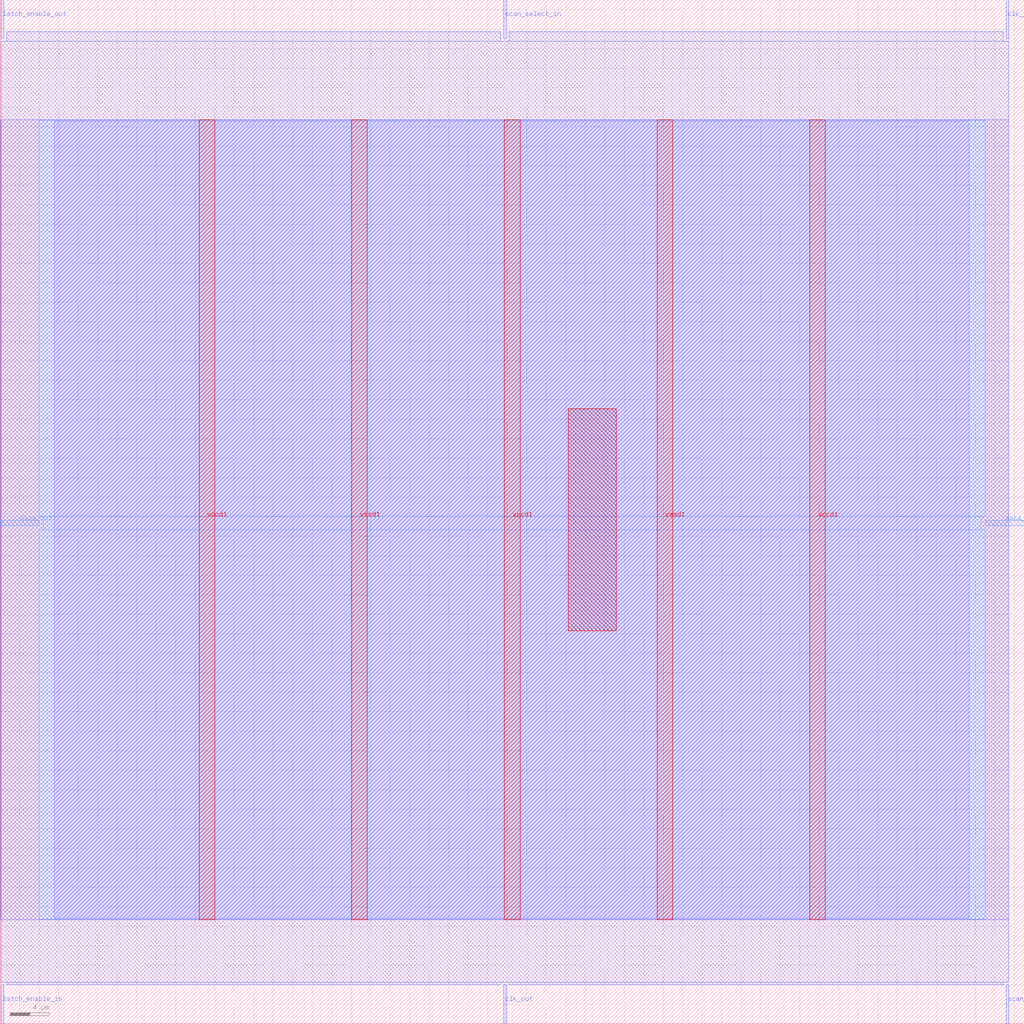
<source format=lef>
VERSION 5.7 ;
  NOWIREEXTENSIONATPIN ON ;
  DIVIDERCHAR "/" ;
  BUSBITCHARS "[]" ;
MACRO scan_wrapper_341224613878956628
  CLASS BLOCK ;
  FOREIGN scan_wrapper_341224613878956628 ;
  ORIGIN 0.000 0.000 ;
  SIZE 105.000 BY 105.000 ;
  PIN clk_in
    DIRECTION INPUT ;
    USE SIGNAL ;
    PORT
      LAYER met2 ;
        RECT 103.130 101.000 103.410 105.000 ;
    END
  END clk_in
  PIN clk_out
    DIRECTION OUTPUT TRISTATE ;
    USE SIGNAL ;
    PORT
      LAYER met2 ;
        RECT 51.610 0.000 51.890 4.000 ;
    END
  END clk_out
  PIN data_in
    DIRECTION INPUT ;
    USE SIGNAL ;
    PORT
      LAYER met3 ;
        RECT 101.000 51.040 105.000 51.640 ;
    END
  END data_in
  PIN data_out
    DIRECTION OUTPUT TRISTATE ;
    USE SIGNAL ;
    PORT
      LAYER met3 ;
        RECT 0.000 51.040 4.000 51.640 ;
    END
  END data_out
  PIN latch_enable_in
    DIRECTION INPUT ;
    USE SIGNAL ;
    PORT
      LAYER met2 ;
        RECT 0.090 0.000 0.370 4.000 ;
    END
  END latch_enable_in
  PIN latch_enable_out
    DIRECTION OUTPUT TRISTATE ;
    USE SIGNAL ;
    PORT
      LAYER met2 ;
        RECT 0.090 101.000 0.370 105.000 ;
    END
  END latch_enable_out
  PIN scan_select_in
    DIRECTION INPUT ;
    USE SIGNAL ;
    PORT
      LAYER met2 ;
        RECT 51.610 101.000 51.890 105.000 ;
    END
  END scan_select_in
  PIN scan_select_out
    DIRECTION OUTPUT TRISTATE ;
    USE SIGNAL ;
    PORT
      LAYER met2 ;
        RECT 103.130 0.000 103.410 4.000 ;
    END
  END scan_select_out
  PIN vccd1
    DIRECTION INPUT ;
    USE POWER ;
    PORT
      LAYER met4 ;
        RECT 20.380 10.640 21.980 92.720 ;
    END
    PORT
      LAYER met4 ;
        RECT 51.700 10.640 53.300 92.720 ;
    END
    PORT
      LAYER met4 ;
        RECT 83.020 10.640 84.620 92.720 ;
    END
  END vccd1
  PIN vssd1
    DIRECTION INPUT ;
    USE GROUND ;
    PORT
      LAYER met4 ;
        RECT 36.040 10.640 37.640 92.720 ;
    END
    PORT
      LAYER met4 ;
        RECT 67.360 10.640 68.960 92.720 ;
    END
  END vssd1
  OBS
      LAYER li1 ;
        RECT 5.520 10.795 99.360 92.565 ;
      LAYER met1 ;
        RECT 0.070 10.640 103.430 92.720 ;
      LAYER met2 ;
        RECT 0.650 100.720 51.330 101.730 ;
        RECT 52.170 100.720 102.850 101.730 ;
        RECT 0.100 4.280 103.400 100.720 ;
        RECT 0.650 4.000 51.330 4.280 ;
        RECT 52.170 4.000 102.850 4.280 ;
      LAYER met3 ;
        RECT 4.000 52.040 101.000 92.645 ;
        RECT 4.400 50.640 100.600 52.040 ;
        RECT 4.000 10.715 101.000 50.640 ;
      LAYER met4 ;
        RECT 58.255 40.295 63.185 63.065 ;
  END
END scan_wrapper_341224613878956628
END LIBRARY


</source>
